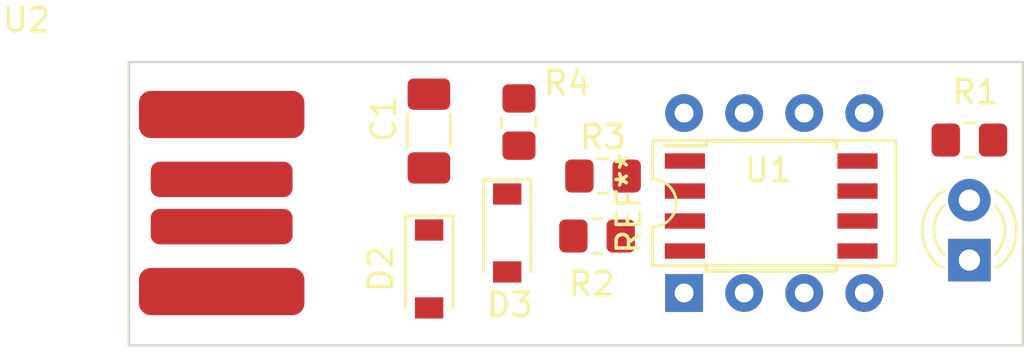
<source format=kicad_pcb>
(kicad_pcb (version 20211014) (generator pcbnew)
  (layers (0 "F.Cu" signal) (31 "B.Cu" signal) (34 "B.Paste" user) (35 "F.Paste" user) (36 "B.SilkS" user "B.Silkscreen") (37 "F.SilkS" user "F.Silkscreen") (38 "B.Mask" user) (39 "F.Mask" user) (44 "Edge.Cuts" user))
  (net 0 "")
  (net 1 "+5V")
  (net 2 "GND")
  (net 3 "Net-(D1-Pad2)")
  (net 4 "Net-(D2-Pad1)")
  (net 5 "Net-(D3-Pad1)")
  (net 6 "Net-(J1-Pad1)")
  (net 7 "Net-(J1-Pad2)")
  (net 8 "Net-(J1-Pad3)")
  (net 9 "Net-(J2-Pad1)")
  (net 10 "Net-(J2-Pad2)")
  (net 11 "Net-(J2-Pad3)")
  (footprint "Diode_SMD:D_SOD-123" (layer "F.Cu") (at 128.407 145.287 -90)
    (fp_text reference "D3" (at 3.049 -0.117) (layer "F.SilkS"))
    (fp_text value "3V6" hide)
    (fp_line (start -2.25 -1) (end 1.65 -1) (layer "F.SilkS") (width 0.12))
    (fp_line (start -2.25 -1) (end -2.25 1) (layer "F.SilkS") (width 0.12))
    (fp_line (start -2.25 1) (end 1.65 1) (layer "F.SilkS") (width 0.12))
    (pad "1" smd rect (at -1.65 0 270) (size 0.9 1.2) (layers "F.Cu" "F.Paste" "F.Mask") (net 5 "Net-(D3-Pad1)"))
    (pad "2" smd rect (at 1.65 0 270) (size 0.9 1.2) (layers "F.Cu" "F.Paste" "F.Mask") (net 2 "GND"))
  )
  (footprint "!My_Custom_Library:USB-A-PCB" (layer "F.Cu") (at 116.332 144.018)
    (fp_text reference "U2" (at -8.25 -7.75 unlocked) (layer "F.SilkS"))
    (fp_text value "USB-PCB")
    (pad "1" smd roundrect (at 0 3.75) (size 7 2) (layers "F.Cu" "F.Paste" "F.Mask") (net 1 "+5V"))
    (pad "2" smd roundrect (at 0 1) (size 6 1.5) (layers "F.Cu" "F.Paste" "F.Mask") (net 4 "Net-(D2-Pad1)"))
    (pad "3" smd roundrect (at 0 -1) (size 6 1.5) (layers "F.Cu" "F.Paste" "F.Mask") (net 5 "Net-(D3-Pad1)"))
    (pad "4" smd roundrect (at 0 -3.75) (size 7 2) (layers "F.Cu" "F.Paste" "F.Mask") (net 2 "GND"))
  )
  (footprint "LED_THT:LED_D3.0mm" (layer "F.Cu") (at 147.955 146.436 90)
    (fp_text reference "D1" hide)
    (fp_text value "LED")
    (fp_line (start -0.29 1.08) (end -0.29 1.236) (layer "F.SilkS") (width 0.12))
    (fp_line (start -0.29 -1.236) (end -0.29 -1.08) (layer "F.SilkS") (width 0.12))
    (fp_arc (start 2.942335 1.078608) (mid 1.366487 1.987659) (end -0.29 1.235516) (layer "F.SilkS") (width 0.12))
    (fp_arc (start 2.31113 1.079837) (mid 1.270117 1.5) (end 0.229039 1.08) (layer "F.SilkS") (width 0.12))
    (fp_arc (start -0.29 -1.235516) (mid 1.366487 -1.987659) (end 2.942335 -1.078608) (layer "F.SilkS") (width 0.12))
    (fp_arc (start 0.229039 -1.08) (mid 1.270117 -1.5) (end 2.31113 -1.079837) (layer "F.SilkS") (width 0.12))
    (pad "1" thru_hole rect (at 0 0 90) (size 1.8 1.8) (drill 0.9) (layers *.Cu *.Mask) (net 2 "GND"))
    (pad "2" thru_hole circle (at 2.54 0 90) (size 1.8 1.8) (drill 0.9) (layers *.Cu *.Mask) (net 3 "Net-(D1-Pad2)"))
  )
  (footprint "Resistor_SMD:R_0805_2012Metric_Pad1.20x1.40mm_HandSolder" (layer "F.Cu") (at 128.905 140.589 90)
    (fp_text reference "R4" (at 1.651 2.032 180) (layer "F.SilkS"))
    (fp_text value "1k5" hide)
    (fp_line (start -0.227064 0.735) (end 0.227064 0.735) (layer "F.SilkS") (width 0.12))
    (fp_line (start -0.227064 -0.735) (end 0.227064 -0.735) (layer "F.SilkS") (width 0.12))
    (pad "1" smd roundrect (at -1 0 90) (size 1.2 1.4) (layers "F.Cu" "F.Paste" "F.Mask") (roundrect_rratio 0.2083333333) (net 4 "Net-(D2-Pad1)"))
    (pad "2" smd roundrect (at 1 0 90) (size 1.2 1.4) (layers "F.Cu" "F.Paste" "F.Mask") (roundrect_rratio 0.2083333333) (net 1 "+5V"))
  )
  (footprint "Resistor_SMD:R_0805_2012Metric_Pad1.20x1.40mm_HandSolder" (layer "F.Cu") (at 132.461 142.875)
    (fp_text reference "R3" (at 0 -1.65) (layer "F.SilkS"))
    (fp_text value "68R" hide)
    (fp_line (start -0.227064 -0.735) (end 0.227064 -0.735) (layer "F.SilkS") (width 0.12))
    (fp_line (start -0.227064 0.735) (end 0.227064 0.735) (layer "F.SilkS") (width 0.12))
    (pad "1" smd roundrect (at -1 0) (size 1.2 1.4) (layers "F.Cu" "F.Paste" "F.Mask") (roundrect_rratio 0.2083333333) (net 5 "Net-(D3-Pad1)"))
    (pad "2" smd roundrect (at 1 0) (size 1.2 1.4) (layers "F.Cu" "F.Paste" "F.Mask") (roundrect_rratio 0.2083333333) (net 8 "Net-(J1-Pad3)"))
  )
  (footprint "Resistor_SMD:R_0805_2012Metric_Pad1.20x1.40mm_HandSolder" (layer "F.Cu") (at 132.207 145.415)
    (fp_text reference "R2" (at -0.227064 2.032) (layer "F.SilkS"))
    (fp_text value "68R" hide)
    (fp_line (start -0.227064 0.735) (end 0.227064 0.735) (layer "F.SilkS") (width 0.12))
    (fp_line (start -0.227064 -0.735) (end 0.227064 -0.735) (layer "F.SilkS") (width 0.12))
    (pad "1" smd roundrect (at -1 0) (size 1.2 1.4) (layers "F.Cu" "F.Paste" "F.Mask") (roundrect_rratio 0.2083333333) (net 4 "Net-(D2-Pad1)"))
    (pad "2" smd roundrect (at 1 0) (size 1.2 1.4) (layers "F.Cu" "F.Paste" "F.Mask") (roundrect_rratio 0.2083333333) (net 7 "Net-(J1-Pad2)"))
  )
  (footprint "Package_SO:SOIC-8W_5.3x5.3mm_P1.27mm" (layer "F.Cu") (at 139.573 144.145)
    (fp_text reference "U1" (at -0.127 -1.524) (layer "F.SilkS"))
    (fp_text value "ATtiny85" hide)
    (fp_line (start -2.75 -2.755) (end 2.75 -2.755) (layer "F.SilkS") (width 0.15))
    (fp_line (start -2.75 -2.55) (end -4.5 -2.55) (layer "F.SilkS") (width 0.15))
    (fp_line (start 2.75 2.755) (end 2.75 2.455) (layer "F.SilkS") (width 0.15))
    (fp_line (start -2.75 -2.755) (end -2.75 -2.55) (layer "F.SilkS") (width 0.15))
    (fp_line (start 2.75 -2.755) (end 2.75 -2.455) (layer "F.SilkS") (width 0.15))
    (fp_line (start -2.75 2.755) (end 2.75 2.755) (layer "F.SilkS") (width 0.15))
    (fp_line (start -2.75 2.755) (end -2.75 2.455) (layer "F.SilkS") (width 0.15))
    (pad "1" smd rect (at -3.65 -1.905) (size 1.7 0.65) (layers "F.Cu" "F.Paste" "F.Mask") (net 6 "Net-(J1-Pad1)"))
    (pad "2" smd rect (at -3.65 -0.635) (size 1.7 0.65) (layers "F.Cu" "F.Paste" "F.Mask") (net 7 "Net-(J1-Pad2)"))
    (pad "3" smd rect (at -3.65 0.635) (size 1.7 0.65) (layers "F.Cu" "F.Paste" "F.Mask") (net 8 "Net-(J1-Pad3)"))
    (pad "4" smd rect (at -3.65 1.905) (size 1.7 0.65) (layers "F.Cu" "F.Paste" "F.Mask") (net 2 "GND"))
    (pad "5" smd rect (at 3.65 1.905) (size 1.7 0.65) (layers "F.Cu" "F.Paste" "F.Mask") (net 9 "Net-(J2-Pad1)"))
    (pad "6" smd rect (at 3.65 0.635) (size 1.7 0.65) (layers "F.Cu" "F.Paste" "F.Mask") (net 10 "Net-(J2-Pad2)"))
    (pad "7" smd rect (at 3.65 -0.635) (size 1.7 0.65) (layers "F.Cu" "F.Paste" "F.Mask") (net 11 "Net-(J2-Pad3)"))
    (pad "8" smd rect (at 3.65 -1.905) (size 1.7 0.65) (layers "F.Cu" "F.Paste" "F.Mask") (net 1 "+5V"))
  )
  (footprint "Package_DIP:DIP-8_W7.62mm" (layer "F.Cu") (at 135.89 147.828 90)
    (fp_text reference "REF**" (at 3.81 -2.33 90) (layer "F.SilkS"))
    (fp_text value "DIP-8_W7.62mm")
    (fp_line (start 2.81 -1.33) (end 1.16 -1.33) (layer "F.SilkS") (width 0.12))
    (fp_line (start 1.16 8.95) (end 6.46 8.95) (layer "F.SilkS") (width 0.12))
    (fp_line (start 6.46 -1.33) (end 4.81 -1.33) (layer "F.SilkS") (width 0.12))
    (fp_line (start 1.16 -1.33) (end 1.16 8.95) (layer "F.SilkS") (width 0.12))
    (fp_line (start 6.46 8.95) (end 6.46 -1.33) (layer "F.SilkS") (width 0.12))
    (fp_arc (start 4.81 -1.33) (mid 3.81 -0.33) (end 2.81 -1.33) (layer "F.SilkS") (width 0.12))
    (pad "1" thru_hole rect (at 0 0 90) (size 1.6 1.6) (drill 0.8) (layers *.Cu *.Mask))
    (pad "2" thru_hole oval (at 0 2.54 90) (size 1.6 1.6) (drill 0.8) (layers *.Cu *.Mask))
    (pad "3" thru_hole oval (at 0 5.08 90) (size 1.6 1.6) (drill 0.8) (layers *.Cu *.Mask))
    (pad "4" thru_hole oval (at 0 7.62 90) (size 1.6 1.6) (drill 0.8) (layers *.Cu *.Mask))
    (pad "5" thru_hole oval (at 7.62 7.62 90) (size 1.6 1.6) (drill 0.8) (layers *.Cu *.Mask))
    (pad "6" thru_hole oval (at 7.62 5.08 90) (size 1.6 1.6) (drill 0.8) (layers *.Cu *.Mask))
    (pad "7" thru_hole oval (at 7.62 2.54 90) (size 1.6 1.6) (drill 0.8) (layers *.Cu *.Mask))
    (pad "8" thru_hole oval (at 7.62 0 90) (size 1.6 1.6) (drill 0.8) (layers *.Cu *.Mask))
  )
  (footprint "Diode_SMD:D_SOD-123" (layer "F.Cu") (at 125.105 146.811 -90)
    (fp_text reference "D2" (at 0.001 2.042 -90) (layer "F.SilkS"))
    (fp_text value "3V6" hide)
    (fp_line (start -2.25 -1) (end 1.65 -1) (layer "F.SilkS") (width 0.12))
    (fp_line (start -2.25 1) (end 1.65 1) (layer "F.SilkS") (width 0.12))
    (fp_line (start -2.25 -1) (end -2.25 1) (layer "F.SilkS") (width 0.12))
    (pad "1" smd rect (at -1.65 0 270) (size 0.9 1.2) (layers "F.Cu" "F.Paste" "F.Mask") (net 4 "Net-(D2-Pad1)"))
    (pad "2" smd rect (at 1.65 0 270) (size 0.9 1.2) (layers "F.Cu" "F.Paste" "F.Mask") (net 2 "GND"))
  )
  (footprint "Resistor_SMD:R_0805_2012Metric_Pad1.20x1.40mm_HandSolder" (layer "F.Cu") (at 147.955 141.351 180)
    (fp_text reference "R1" (at -0.254 2.032) (layer "F.SilkS"))
    (fp_text value "330R" hide)
    (fp_line (start -0.227064 -0.735) (end 0.227064 -0.735) (layer "F.SilkS") (width 0.12))
    (fp_line (start -0.227064 0.735) (end 0.227064 0.735) (layer "F.SilkS") (width 0.12))
    (pad "1" smd roundrect (at -1 0 180) (size 1.2 1.4) (layers "F.Cu" "F.Paste" "F.Mask") (roundrect_rratio 0.2083333333) (net 3 "Net-(D1-Pad2)"))
    (pad "2" smd roundrect (at 1 0 180) (size 1.2 1.4) (layers "F.Cu" "F.Paste" "F.Mask") (roundrect_rratio 0.2083333333) (net 10 "Net-(J2-Pad2)"))
  )
  (footprint "Capacitor_SMD:C_1206_3216Metric_Pad1.33x1.80mm_HandSolder" (layer "F.Cu") (at 125.095 140.97 -90)
    (fp_text reference "C1" (at -0.508 1.915 -90) (layer "F.SilkS"))
    (fp_text value "100n" hide)
    (fp_line (start -0.711252 -0.91) (end 0.711252 -0.91) (layer "F.SilkS") (width 0.12))
    (fp_line (start -0.711252 0.91) (end 0.711252 0.91) (layer "F.SilkS") (width 0.12))
    (pad "1" smd roundrect (at -1.5625 0 270) (size 1.325 1.8) (layers "F.Cu" "F.Paste" "F.Mask") (roundrect_rratio 0.1886792453) (net 1 "+5V"))
    (pad "2" smd roundrect (at 1.5625 0 270) (size 1.325 1.8) (layers "F.Cu" "F.Paste" "F.Mask") (roundrect_rratio 0.1886792453) (net 2 "GND"))
  )
  (gr_rect (start 112.395 138.049) (end 150.203 150.049) (layer "F.SilkS") (width 0.1) (fill none))
  (gr_rect (start 112.414 138.049) (end 150.222 150.049) (layer "Edge.Cuts") (width 0.1) (fill none))
)
</source>
